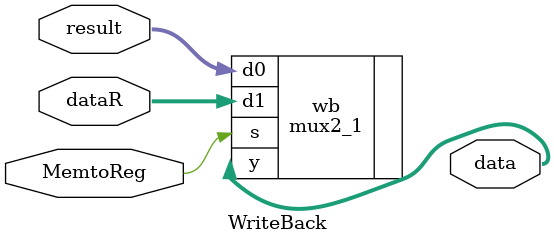
<source format=sv>
module WriteBack(MemtoReg,dataR,data,result);
input logic MemtoReg;
input logic [31:0] dataR,result;
output logic [31:0] data;

mux2_1 wb(.s(MemtoReg),.d0(result),.d1(dataR),.y(data));
  
endmodule
</source>
